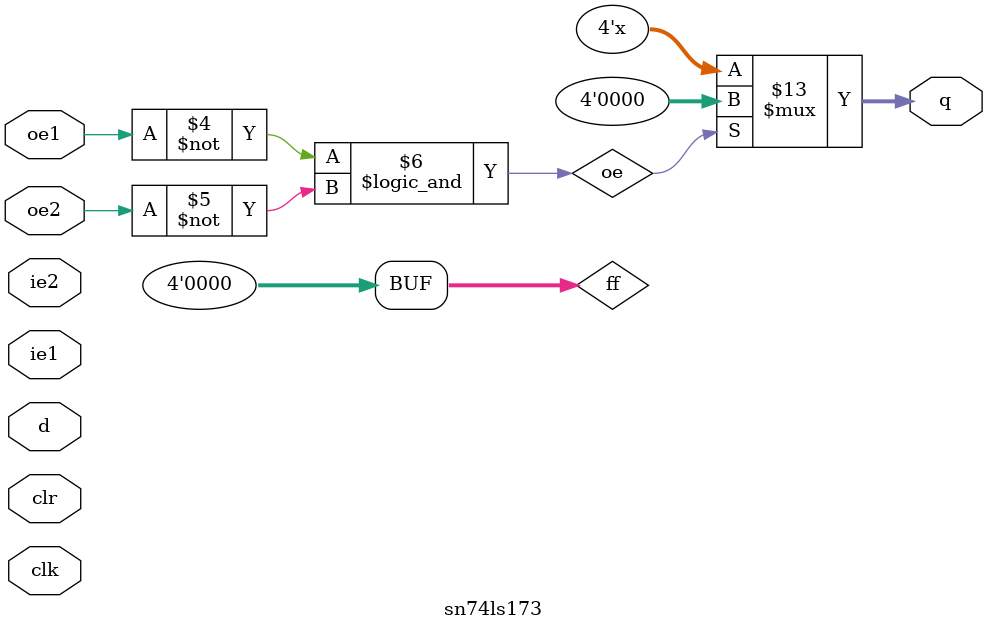
<source format=v>
module sn74ls173(q, d, clk, clr, ie1, ie2, oe1, oe2);
input [3:0] d;
input clk, clr, ie1, ie2, oe1, oe2;
output [3:0] q;
reg [3:0] ff;
wire ie, oe;

parameter
	tPLH_min=0, tPLH_typ=17, tPLH_max=25,		// worst case
	tPHL_min=0, tPHL_typ=22, tPHL_max=30;

initial
begin
	ff = 4'bxxxx;
end

assign ie = ie1==0 && ie2==0;
assign oe = oe1==0 && oe2==0;

always @(clr==1)
begin
	ff <= 0;
end

always @(posedge clk)
begin
	if (clr==0 && ie==1)
		ff <= d;
end

assign #(tPLH_min:tPLH_typ:tPLH_max, tPHL_min:tPHL_typ:tPHL_max)
	q = oe==1 ? ff : 4'bzzzz;

endmodule

</source>
